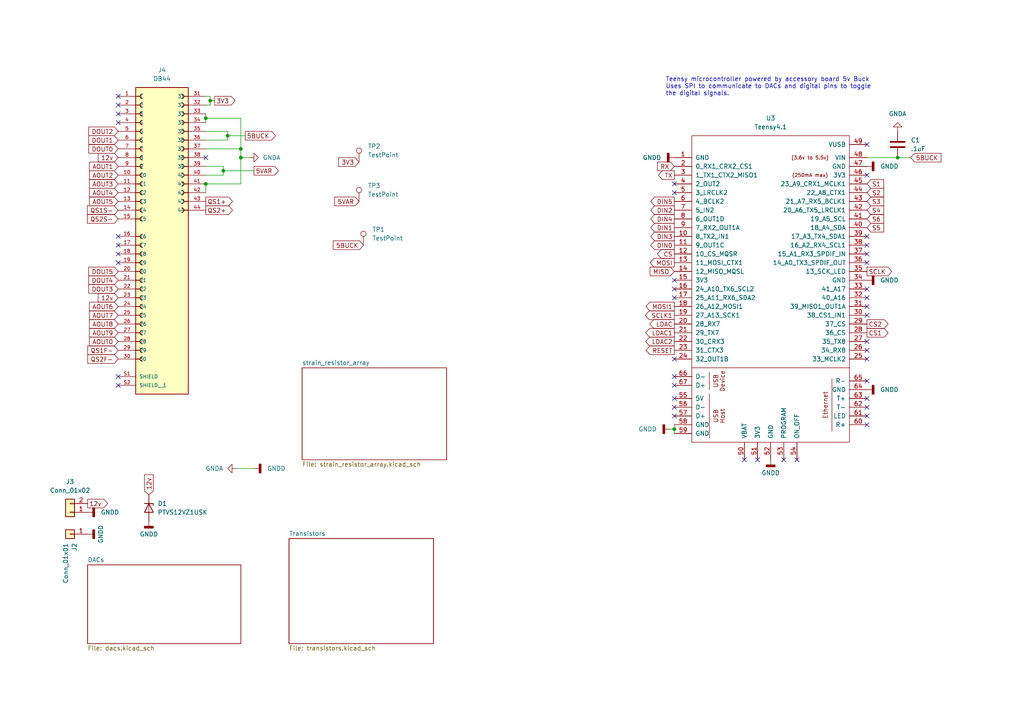
<source format=kicad_sch>
(kicad_sch (version 20231120) (generator "eeschema") (generator_version "8.0")
  (paper "A4")
  (lib_symbols
    (symbol "Connector:TestPoint" (pin_numbers hide) (pin_names (offset 0.762) hide)
      (property "Reference" "TP" (at 0 6.858 0))
      (property "Value" "TestPoint" (at 0 5.08 0))
      (symbol "TestPoint_0_1"
        (circle (center 0 3.302) (radius 0.762))
      )
      (symbol "TestPoint_1_1"
        (pin passive line (at 0 0 90) (length 2.54) (name "1") (number "1"))
      )
    )
    (symbol "Connector_Generic:Conn_01x01" (pin_names (offset 1.016) hide)
      (property "Reference" "J" (at 0 2.54 0))
      (property "Value" "Conn_01x01" (at 0 -2.54 0))
      (symbol "Conn_01x01_1_1"
        (rectangle (start -1.27 0.127) (end 0 -0.127) (stroke (width 0.1524)))
        (rectangle (start -1.27 1.27) (end 1.27 -1.27) (stroke (width 0.254)) (fill (type background)))
        (pin passive line (at -5.08 0 0) (length 3.81) (name "Pin_1") (number "1"))
      )
    )
    (symbol "Connector_Generic:Conn_01x02" (pin_names (offset 1.016) hide)
      (property "Reference" "J" (at 0 2.54 0))
      (property "Value" "Conn_01x02" (at 0 -5.08 0))
      (symbol "Conn_01x02_1_1"
        (rectangle (start -1.27 -2.413) (end 0 -2.667) (stroke (width 0.1524)))
        (rectangle (start -1.27 0.127) (end 0 -0.127) (stroke (width 0.1524)))
        (rectangle (start -1.27 1.27) (end 1.27 -3.81) (stroke (width 0.254)) (fill (type background)))
        (pin passive line (at -5.08 0 0) (length 3.81) (name "Pin_1") (number "1"))
        (pin passive line (at -5.08 -2.54 0) (length 3.81) (name "Pin_2") (number "2"))
      )
    )
    (symbol "Device:C" (pin_numbers hide) (pin_names (offset 0.254))
      (property "Reference" "C" (at 0.635 2.54 0))
      (property "Value" "C" (at 0.635 -2.54 0))
      (symbol "C_0_1"
        (polyline (pts (xy -2.032 -0.762) (xy 2.032 -0.762)) (stroke (width 0.508)))
        (polyline (pts (xy -2.032 0.762) (xy 2.032 0.762)) (stroke (width 0.508)))
      )
      (symbol "C_1_1"
        (pin passive line (at 0 3.81 270) (length 2.794) (name "~") (number "1"))
        (pin passive line (at 0 -3.81 90) (length 2.794) (name "~") (number "2"))
      )
    )
    (symbol "Diode:PTVS12VZ1USK" (pin_numbers hide) (pin_names hide)
      (property "Reference" "D" (at 0 2.54 0))
      (property "Value" "PTVS12VZ1USK" (at 0 -2.54 0))
      (symbol "PTVS12VZ1USK_0_1"
        (polyline (pts (xy 1.27 0) (xy -1.27 0)))
        (polyline (pts (xy -1.27 -1.27) (xy -1.27 1.27) (xy -0.762 1.27)) (stroke (width 0.254)))
        (polyline (pts (xy 1.27 -1.27) (xy 1.27 1.27) (xy -1.27 0) (xy 1.27 -1.27)) (stroke (width 0.254)))
      )
      (symbol "PTVS12VZ1USK_1_1"
        (pin passive line (at -3.81 0 0) (length 2.54) (name "K") (number "1"))
        (pin passive line (at 3.81 0 180) (length 2.54) (name "A") (number "2"))
      )
    )
    (symbol "accessory_test:DB44" (pin_names (offset 1.016))
      (property "Reference" "J" (at -7.62 43.942 0))
      (property "Value" "DB44" (at -7.62 -48.26 0))
      (symbol "DB44_0_0"
        (rectangle (start -7.62 -45.72) (end 7.62 43.18) (stroke (width 0.254)) (fill (type background)))
        (arc (start -5.715 -34.925) (mid -6.3472 -35.56) (end -5.715 -36.195) (stroke (width 0.254)))
        (arc (start -5.715 -32.385) (mid -6.3472 -33.02) (end -5.715 -33.655) (stroke (width 0.254)))
        (arc (start -5.715 -29.845) (mid -6.3472 -30.48) (end -5.715 -31.115) (stroke (width 0.254)))
        (arc (start -5.715 -27.305) (mid -6.3472 -27.94) (end -5.715 -28.575) (stroke (width 0.254)))
        (arc (start -5.715 -24.765) (mid -6.3472 -25.4) (end -5.715 -26.035) (stroke (width 0.254)))
        (arc (start -5.715 -22.225) (mid -6.3472 -22.86) (end -5.715 -23.495) (stroke (width 0.254)))
        (arc (start -5.715 -19.685) (mid -6.3472 -20.32) (end -5.715 -20.955) (stroke (width 0.254)))
        (arc (start -5.715 -17.145) (mid -6.3472 -17.78) (end -5.715 -18.415) (stroke (width 0.254)))
        (arc (start -5.715 -14.605) (mid -6.3472 -15.24) (end -5.715 -15.875) (stroke (width 0.254)))
        (arc (start -5.715 -12.065) (mid -6.3472 -12.7) (end -5.715 -13.335) (stroke (width 0.254)))
        (arc (start -5.715 -9.525) (mid -6.3472 -10.16) (end -5.715 -10.795) (stroke (width 0.254)))
        (arc (start -5.715 -6.985) (mid -6.3472 -7.62) (end -5.715 -8.255) (stroke (width 0.254)))
        (arc (start -5.715 -4.445) (mid -6.3472 -5.08) (end -5.715 -5.715) (stroke (width 0.254)))
        (arc (start -5.715 -1.905) (mid -6.3472 -2.54) (end -5.715 -3.175) (stroke (width 0.254)))
        (arc (start -5.715 0.635) (mid -6.3472 0) (end -5.715 -0.635) (stroke (width 0.254)))
        (arc (start -5.715 5.715) (mid -6.3472 5.08) (end -5.715 4.445) (stroke (width 0.254)))
        (arc (start -5.715 8.255) (mid -6.3472 7.62) (end -5.715 6.985) (stroke (width 0.254)))
        (arc (start -5.715 10.795) (mid -6.3472 10.16) (end -5.715 9.525) (stroke (width 0.254)))
        (arc (start -5.715 13.335) (mid -6.3472 12.7) (end -5.715 12.065) (stroke (width 0.254)))
        (arc (start -5.715 15.875) (mid -6.3472 15.24) (end -5.715 14.605) (stroke (width 0.254)))
        (arc (start -5.715 18.415) (mid -6.3472 17.78) (end -5.715 17.145) (stroke (width 0.254)))
        (arc (start -5.715 20.955) (mid -6.3472 20.32) (end -5.715 19.685) (stroke (width 0.254)))
        (arc (start -5.715 23.495) (mid -6.3472 22.86) (end -5.715 22.225) (stroke (width 0.254)))
        (arc (start -5.715 26.035) (mid -6.3472 25.4) (end -5.715 24.765) (stroke (width 0.254)))
        (arc (start -5.715 28.575) (mid -6.3472 27.94) (end -5.715 27.305) (stroke (width 0.254)))
        (arc (start -5.715 31.115) (mid -6.3472 30.48) (end -5.715 29.845) (stroke (width 0.254)))
        (arc (start -5.715 33.655) (mid -6.3472 33.02) (end -5.715 32.385) (stroke (width 0.254)))
        (arc (start -5.715 36.195) (mid -6.3472 35.56) (end -5.715 34.925) (stroke (width 0.254)))
        (arc (start -5.715 38.735) (mid -6.3472 38.1) (end -5.715 37.465) (stroke (width 0.254)))
        (arc (start -5.715 41.275) (mid -6.3472 40.64) (end -5.715 40.005) (stroke (width 0.254)))
        (polyline (pts (xy -7.62 -35.56) (xy -6.35 -35.56)) (stroke (width 0.254)))
        (polyline (pts (xy -7.62 -33.02) (xy -6.35 -33.02)) (stroke (width 0.254)))
        (polyline (pts (xy -7.62 -30.48) (xy -6.35 -30.48)) (stroke (width 0.254)))
        (polyline (pts (xy -7.62 -27.94) (xy -6.35 -27.94)) (stroke (width 0.254)))
        (polyline (pts (xy -7.62 -25.4) (xy -6.35 -25.4)) (stroke (width 0.254)))
        (polyline (pts (xy -7.62 -22.86) (xy -6.35 -22.86)) (stroke (width 0.254)))
        (polyline (pts (xy -7.62 -20.32) (xy -6.35 -20.32)) (stroke (width 0.254)))
        (polyline (pts (xy -7.62 -17.78) (xy -6.35 -17.78)) (stroke (width 0.254)))
        (polyline (pts (xy -7.62 -15.24) (xy -6.35 -15.24)) (stroke (width 0.254)))
        (polyline (pts (xy -7.62 -12.7) (xy -6.35 -12.7)) (stroke (width 0.254)))
        (polyline (pts (xy -7.62 -10.16) (xy -6.35 -10.16)) (stroke (width 0.254)))
        (polyline (pts (xy -7.62 -7.62) (xy -6.35 -7.62)) (stroke (width 0.254)))
        (polyline (pts (xy -7.62 -5.08) (xy -6.35 -5.08)) (stroke (width 0.254)))
        (polyline (pts (xy -7.62 -2.54) (xy -6.35 -2.54)) (stroke (width 0.254)))
        (polyline (pts (xy -7.62 0) (xy -6.35 0)) (stroke (width 0.254)))
        (polyline (pts (xy -7.62 5.08) (xy -6.35 5.08)) (stroke (width 0.254)))
        (polyline (pts (xy -7.62 7.62) (xy -6.35 7.62)) (stroke (width 0.254)))
        (polyline (pts (xy -7.62 10.16) (xy -6.35 10.16)) (stroke (width 0.254)))
        (polyline (pts (xy -7.62 12.7) (xy -6.35 12.7)) (stroke (width 0.254)))
        (polyline (pts (xy -7.62 15.24) (xy -6.35 15.24)) (stroke (width 0.254)))
        (polyline (pts (xy -7.62 17.78) (xy -6.35 17.78)) (stroke (width 0.254)))
        (polyline (pts (xy -7.62 20.32) (xy -6.35 20.32)) (stroke (width 0.254)))
        (polyline (pts (xy -7.62 22.86) (xy -6.35 22.86)) (stroke (width 0.254)))
        (polyline (pts (xy -7.62 25.4) (xy -6.35 25.4)) (stroke (width 0.254)))
        (polyline (pts (xy -7.62 27.94) (xy -6.35 27.94)) (stroke (width 0.254)))
        (polyline (pts (xy -7.62 30.48) (xy -6.35 30.48)) (stroke (width 0.254)))
        (polyline (pts (xy -7.62 33.02) (xy -6.35 33.02)) (stroke (width 0.254)))
        (polyline (pts (xy -7.62 35.56) (xy -6.35 35.56)) (stroke (width 0.254)))
        (polyline (pts (xy -7.62 38.1) (xy -6.35 38.1)) (stroke (width 0.254)))
        (polyline (pts (xy -7.62 40.64) (xy -6.35 40.64)) (stroke (width 0.254)))
        (polyline (pts (xy 7.62 7.62) (xy 6.35 7.62)) (stroke (width 0.254)))
        (polyline (pts (xy 7.62 10.16) (xy 6.35 10.16)) (stroke (width 0.254)))
        (polyline (pts (xy 7.62 12.7) (xy 6.35 12.7)) (stroke (width 0.254)))
        (polyline (pts (xy 7.62 15.24) (xy 6.35 15.24)) (stroke (width 0.254)))
        (polyline (pts (xy 7.62 17.78) (xy 6.35 17.78)) (stroke (width 0.254)))
        (polyline (pts (xy 7.62 20.32) (xy 6.35 20.32)) (stroke (width 0.254)))
        (polyline (pts (xy 7.62 22.86) (xy 6.35 22.86)) (stroke (width 0.254)))
        (polyline (pts (xy 7.62 25.4) (xy 6.35 25.4)) (stroke (width 0.254)))
        (polyline (pts (xy 7.62 27.94) (xy 6.35 27.94)) (stroke (width 0.254)))
        (polyline (pts (xy 7.62 30.48) (xy 6.35 30.48)) (stroke (width 0.254)))
        (polyline (pts (xy 7.62 33.02) (xy 6.35 33.02)) (stroke (width 0.254)))
        (polyline (pts (xy 7.62 35.56) (xy 6.35 35.56)) (stroke (width 0.254)))
        (polyline (pts (xy 7.62 38.1) (xy 6.35 38.1)) (stroke (width 0.254)))
        (polyline (pts (xy 7.62 40.64) (xy 6.35 40.64)) (stroke (width 0.254)))
        (arc (start 5.715 6.985) (mid 6.3472 7.62) (end 5.715 8.255) (stroke (width 0.254)))
        (arc (start 5.715 9.525) (mid 6.3472 10.16) (end 5.715 10.795) (stroke (width 0.254)))
        (arc (start 5.715 12.065) (mid 6.3472 12.7) (end 5.715 13.335) (stroke (width 0.254)))
        (arc (start 5.715 14.605) (mid 6.3472 15.24) (end 5.715 15.875) (stroke (width 0.254)))
        (arc (start 5.715 17.145) (mid 6.3472 17.78) (end 5.715 18.415) (stroke (width 0.254)))
        (arc (start 5.715 19.685) (mid 6.3472 20.32) (end 5.715 20.955) (stroke (width 0.254)))
        (arc (start 5.715 22.225) (mid 6.3472 22.86) (end 5.715 23.495) (stroke (width 0.254)))
        (arc (start 5.715 24.765) (mid 6.3472 25.4) (end 5.715 26.035) (stroke (width 0.254)))
        (arc (start 5.715 27.305) (mid 6.3472 27.94) (end 5.715 28.575) (stroke (width 0.254)))
        (arc (start 5.715 29.845) (mid 6.3472 30.48) (end 5.715 31.115) (stroke (width 0.254)))
        (arc (start 5.715 32.385) (mid 6.3472 33.02) (end 5.715 33.655) (stroke (width 0.254)))
        (arc (start 5.715 34.925) (mid 6.3472 35.56) (end 5.715 36.195) (stroke (width 0.254)))
        (arc (start 5.715 37.465) (mid 6.3472 38.1) (end 5.715 38.735) (stroke (width 0.254)))
        (arc (start 5.715 40.005) (mid 6.3472 40.64) (end 5.715 41.275) (stroke (width 0.254)))
        (pin passive line (at -12.7 40.64 0) (length 5.08) (name "1") (number "1"))
        (pin passive line (at -12.7 17.78 0) (length 5.08) (name "10") (number "10"))
        (pin passive line (at -12.7 15.24 0) (length 5.08) (name "11") (number "11"))
        (pin passive line (at -12.7 12.7 0) (length 5.08) (name "12") (number "12"))
        (pin passive line (at -12.7 10.16 0) (length 5.08) (name "13") (number "13"))
        (pin passive line (at -12.7 7.62 0) (length 5.08) (name "14") (number "14"))
        (pin passive line (at -12.7 5.08 0) (length 5.08) (name "15") (number "15"))
        (pin passive line (at -12.7 0 0) (length 5.08) (name "16") (number "16"))
        (pin passive line (at -12.7 -2.54 0) (length 5.08) (name "17") (number "17"))
        (pin passive line (at -12.7 -5.08 0) (length 5.08) (name "18") (number "18"))
        (pin passive line (at -12.7 -7.62 0) (length 5.08) (name "19") (number "19"))
        (pin passive line (at -12.7 38.1 0) (length 5.08) (name "2") (number "2"))
        (pin passive line (at -12.7 -10.16 0) (length 5.08) (name "20") (number "20"))
        (pin passive line (at -12.7 -12.7 0) (length 5.08) (name "21") (number "21"))
        (pin passive line (at -12.7 -15.24 0) (length 5.08) (name "22") (number "22"))
        (pin passive line (at -12.7 -17.78 0) (length 5.08) (name "23") (number "23"))
        (pin passive line (at -12.7 -20.32 0) (length 5.08) (name "24") (number "24"))
        (pin passive line (at -12.7 -22.86 0) (length 5.08) (name "25") (number "25"))
        (pin passive line (at -12.7 -25.4 0) (length 5.08) (name "26") (number "26"))
        (pin passive line (at -12.7 -27.94 0) (length 5.08) (name "27") (number "27"))
        (pin passive line (at -12.7 -30.48 0) (length 5.08) (name "28") (number "28"))
        (pin passive line (at -12.7 -33.02 0) (length 5.08) (name "29") (number "29"))
        (pin passive line (at -12.7 35.56 0) (length 5.08) (name "3") (number "3"))
        (pin passive line (at -12.7 -35.56 0) (length 5.08) (name "30") (number "30"))
        (pin passive line (at 12.7 40.64 180) (length 5.08) (name "31") (number "31"))
        (pin passive line (at 12.7 38.1 180) (length 5.08) (name "32") (number "32"))
        (pin passive line (at 12.7 35.56 180) (length 5.08) (name "33") (number "33"))
        (pin passive line (at 12.7 33.02 180) (length 5.08) (name "34") (number "34"))
        (pin passive line (at 12.7 30.48 180) (length 5.08) (name "35") (number "35"))
        (pin passive line (at 12.7 27.94 180) (length 5.08) (name "36") (number "36"))
        (pin passive line (at 12.7 25.4 180) (length 5.08) (name "37") (number "37"))
        (pin passive line (at 12.7 22.86 180) (length 5.08) (name "38") (number "38"))
        (pin passive line (at 12.7 20.32 180) (length 5.08) (name "39") (number "39"))
        (pin passive line (at -12.7 33.02 0) (length 5.08) (name "4") (number "4"))
        (pin passive line (at 12.7 17.78 180) (length 5.08) (name "40") (number "40"))
        (pin passive line (at 12.7 15.24 180) (length 5.08) (name "41") (number "41"))
        (pin passive line (at 12.7 12.7 180) (length 5.08) (name "42") (number "42"))
        (pin passive line (at 12.7 10.16 180) (length 5.08) (name "43") (number "43"))
        (pin passive line (at 12.7 7.62 180) (length 5.08) (name "44") (number "44"))
        (pin passive line (at -12.7 30.48 0) (length 5.08) (name "5") (number "5"))
        (pin passive line (at -12.7 27.94 0) (length 5.08) (name "6") (number "6"))
        (pin passive line (at -12.7 25.4 0) (length 5.08) (name "7") (number "7"))
        (pin passive line (at -12.7 22.86 0) (length 5.08) (name "8") (number "8"))
        (pin passive line (at -12.7 20.32 0) (length 5.08) (name "9") (number "9"))
        (pin passive line (at -12.7 -40.64 0) (length 5.08) (name "SHIELD") (number "S1"))
        (pin passive line (at -12.7 -43.18 0) (length 5.08) (name "SHIELD__1") (number "S2"))
      )
    )
    (symbol "accessory_test:Teensy4.1" (pin_names (offset 1.016))
      (property "Reference" "U" (at 0 64.77 0))
      (property "Value" "Teensy4.1" (at 0 62.23 0))
      (symbol "Teensy4.1_0_0"
        (polyline (pts (xy -22.86 -6.35) (xy 22.86 -6.35)))
        (polyline (pts (xy -17.78 -26.67) (xy -17.78 -13.97)))
        (polyline (pts (xy -17.78 -7.62) (xy -17.78 -12.7)))
        (polyline (pts (xy 17.78 -9.525) (xy 17.78 -24.765)))
        (text "(250mA max)" (at 11.43 49.53 0) (effects (font (size 1.016 1.016))))
        (text "(3.6v to 5.5v)" (at 11.43 54.61 0) (effects (font (size 1.016 1.016))))
        (text "Device" (at -13.97 -10.16 900) (effects (font (size 1.27 1.27))))
        (text "Ethernet" (at 15.875 -17.145 900) (effects (font (size 1.27 1.27))))
        (text "Host" (at -13.97 -20.32 900) (effects (font (size 1.27 1.27))))
        (text "USB" (at -15.875 -20.32 900) (effects (font (size 1.27 1.27))))
        (text "USB" (at -15.875 -10.16 900) (effects (font (size 1.27 1.27))))
        (pin bidirectional line (at -27.94 31.75 0) (length 5.08) (name "8_TX2_IN1") (number "10"))
        (pin bidirectional line (at -27.94 29.21 0) (length 5.08) (name "9_OUT1C") (number "11"))
        (pin bidirectional line (at -27.94 26.67 0) (length 5.08) (name "10_CS_MQSR") (number "12"))
        (pin bidirectional line (at -27.94 24.13 0) (length 5.08) (name "11_MOSI_CTX1") (number "13"))
        (pin bidirectional line (at -27.94 21.59 0) (length 5.08) (name "12_MISO_MQSL") (number "14"))
        (pin power_in line (at -27.94 19.05 0) (length 5.08) (name "3V3") (number "15"))
        (pin bidirectional line (at -27.94 16.51 0) (length 5.08) (name "24_A10_TX6_SCL2") (number "16"))
        (pin bidirectional line (at -27.94 13.97 0) (length 5.08) (name "25_A11_RX6_SDA2") (number "17"))
        (pin bidirectional line (at -27.94 11.43 0) (length 5.08) (name "26_A12_MOSI1") (number "18"))
        (pin bidirectional line (at -27.94 8.89 0) (length 5.08) (name "27_A13_SCK1") (number "19"))
        (pin bidirectional line (at -27.94 6.35 0) (length 5.08) (name "28_RX7") (number "20"))
        (pin bidirectional line (at -27.94 3.81 0) (length 5.08) (name "29_TX7") (number "21"))
        (pin bidirectional line (at -27.94 1.27 0) (length 5.08) (name "30_CRX3") (number "22"))
        (pin bidirectional line (at -27.94 -1.27 0) (length 5.08) (name "31_CTX3") (number "23"))
        (pin bidirectional line (at -27.94 -3.81 0) (length 5.08) (name "32_OUT1B") (number "24"))
        (pin bidirectional line (at 27.94 -3.81 180) (length 5.08) (name "33_MCLK2") (number "25"))
        (pin bidirectional line (at 27.94 -1.27 180) (length 5.08) (name "34_RX8") (number "26"))
        (pin bidirectional line (at 27.94 1.27 180) (length 5.08) (name "35_TX8") (number "27"))
        (pin bidirectional line (at 27.94 3.81 180) (length 5.08) (name "36_CS") (number "28"))
        (pin bidirectional line (at 27.94 6.35 180) (length 5.08) (name "37_CS") (number "29"))
        (pin bidirectional line (at 27.94 8.89 180) (length 5.08) (name "38_CS1_IN1") (number "30"))
        (pin bidirectional line (at 27.94 11.43 180) (length 5.08) (name "39_MISO1_OUT1A") (number "31"))
        (pin bidirectional line (at 27.94 13.97 180) (length 5.08) (name "40_A16") (number "32"))
        (pin bidirectional line (at 27.94 16.51 180) (length 5.08) (name "41_A17") (number "33"))
        (pin bidirectional line (at 27.94 21.59 180) (length 5.08) (name "13_SCK_LED") (number "35"))
        (pin bidirectional line (at 27.94 24.13 180) (length 5.08) (name "14_A0_TX3_SPDIF_OUT") (number "36"))
        (pin bidirectional line (at 27.94 26.67 180) (length 5.08) (name "15_A1_RX3_SPDIF_IN") (number "37"))
        (pin bidirectional line (at 27.94 29.21 180) (length 5.08) (name "16_A2_RX4_SCL1") (number "38"))
        (pin bidirectional line (at 27.94 31.75 180) (length 5.08) (name "17_A3_TX4_SDA1") (number "39"))
        (pin bidirectional line (at 27.94 34.29 180) (length 5.08) (name "18_A4_SDA") (number "40"))
        (pin bidirectional line (at 27.94 36.83 180) (length 5.08) (name "19_A5_SCL") (number "41"))
        (pin bidirectional line (at 27.94 39.37 180) (length 5.08) (name "20_A6_TX5_LRCLK1") (number "42"))
        (pin bidirectional line (at 27.94 41.91 180) (length 5.08) (name "21_A7_RX5_BCLK1") (number "43"))
        (pin bidirectional line (at 27.94 44.45 180) (length 5.08) (name "22_A8_CTX1") (number "44"))
        (pin bidirectional line (at 27.94 46.99 180) (length 5.08) (name "23_A9_CRX1_MCLK1") (number "45"))
        (pin output line (at 27.94 49.53 180) (length 5.08) (name "3V3") (number "46"))
        (pin output line (at 27.94 52.07 180) (length 5.08) (name "GND") (number "47"))
        (pin power_in line (at 27.94 54.61 180) (length 5.08) (name "VIN") (number "48"))
        (pin power_out line (at 27.94 58.42 180) (length 5.08) (name "VUSB") (number "49"))
        (pin bidirectional line (at -27.94 44.45 0) (length 5.08) (name "3_LRCLK2") (number "5"))
        (pin power_in line (at -7.62 -33.02 90) (length 5.08) (name "VBAT") (number "50"))
        (pin power_in line (at -3.81 -33.02 90) (length 5.08) (name "3V3") (number "51"))
        (pin input line (at 0 -33.02 90) (length 5.08) (name "GND") (number "52"))
        (pin input line (at 3.81 -33.02 90) (length 5.08) (name "PROGRAM") (number "53"))
        (pin input line (at 7.62 -33.02 90) (length 5.08) (name "ON_OFF") (number "54"))
        (pin power_out line (at -27.94 -15.24 0) (length 5.08) (name "5V") (number "55"))
        (pin bidirectional line (at -27.94 -17.78 0) (length 5.08) (name "D-") (number "56"))
        (pin bidirectional line (at -27.94 -20.32 0) (length 5.08) (name "D+") (number "57"))
        (pin power_in line (at -27.94 -22.86 0) (length 5.08) (name "GND") (number "58"))
        (pin power_in line (at -27.94 -25.4 0) (length 5.08) (name "GND") (number "59"))
        (pin bidirectional line (at -27.94 41.91 0) (length 5.08) (name "4_BCLK2") (number "6"))
        (pin bidirectional line (at 27.94 -22.86 180) (length 5.08) (name "R+") (number "60"))
        (pin bidirectional line (at 27.94 -20.32 180) (length 5.08) (name "LED") (number "61"))
        (pin bidirectional line (at 27.94 -17.78 180) (length 5.08) (name "T-") (number "62"))
        (pin bidirectional line (at 27.94 -15.24 180) (length 5.08) (name "T+") (number "63"))
        (pin power_in line (at 27.94 -12.7 180) (length 5.08) (name "GND") (number "64"))
        (pin bidirectional line (at 27.94 -10.16 180) (length 5.08) (name "R-") (number "65"))
        (pin bidirectional line (at -27.94 -8.89 0) (length 5.08) (name "D-") (number "66"))
        (pin bidirectional line (at -27.94 -11.43 0) (length 5.08) (name "D+") (number "67"))
        (pin bidirectional line (at -27.94 39.37 0) (length 5.08) (name "5_IN2") (number "7"))
        (pin bidirectional line (at -27.94 36.83 0) (length 5.08) (name "6_OUT1D") (number "8"))
        (pin bidirectional line (at -27.94 34.29 0) (length 5.08) (name "7_RX2_OUT1A") (number "9"))
      )
      (symbol "Teensy4.1_0_1"
        (rectangle (start -22.86 60.96) (end 22.86 -27.94))
        (rectangle (start -20.32 -1.27) (end -20.32 -1.27))
      )
      (symbol "Teensy4.1_1_1"
        (pin power_in line (at -27.94 54.61 0) (length 5.08) (name "GND") (number "1"))
        (pin bidirectional line (at -27.94 52.07 0) (length 5.08) (name "0_RX1_CRX2_CS1") (number "2"))
        (pin bidirectional line (at -27.94 49.53 0) (length 5.08) (name "1_TX1_CTX2_MISO1") (number "3"))
        (pin power_in line (at 27.94 19.05 180) (length 5.08) (name "GND") (number "34"))
        (pin bidirectional line (at -27.94 46.99 0) (length 5.08) (name "2_OUT2") (number "4"))
      )
    )
    (symbol "power:GNDA" (power) (pin_names (offset 0))
      (property "Value" "GNDA" (at 0 -3.81 0))
      (symbol "GNDA_0_1"
        (polyline (pts (xy 0 0) (xy 0 -1.27) (xy 1.27 -1.27) (xy 0 -2.54) (xy -1.27 -1.27) (xy 0 -1.27)))
      )
      (symbol "GNDA_1_1"
        (pin power_in line (at 0 0 270) (length 0) hide (name "GNDA") (number "1"))
      )
    )
    (symbol "power:GNDD" (power) (pin_names (offset 0))
      (property "Value" "GNDD" (at 0 -3.175 0))
      (symbol "GNDD_0_1"
        (rectangle (start -1.27 -1.524) (end 1.27 -2.032) (stroke (width 0.254)) (fill (type outline)))
        (polyline (pts (xy 0 0) (xy 0 -1.524)))
      )
      (symbol "GNDD_1_1"
        (pin power_in line (at 0 0 270) (length 0) hide (name "GNDD") (number "1"))
      )
    )
  )
  (junction (at 64.77 49.53))
  (junction (at 69.85 45.72))
  (junction (at 260.35 45.72))
  (junction (at 195.58 124.46))
  (junction (at 59.69 53.34))
  (junction (at 60.96 29.21))
  (junction (at 59.69 34.29))
  (junction (at 66.04 39.37))
  (junction (at 69.85 43.18))
  (no_connect (at 34.29 27.94))
  (no_connect (at 195.58 55.88))
  (no_connect (at 34.29 76.2))
  (no_connect (at 251.46 104.14))
  (no_connect (at 34.29 109.22))
  (no_connect (at 195.58 118.11))
  (no_connect (at 251.46 110.49))
  (no_connect (at 251.46 115.57))
  (no_connect (at 195.58 120.65))
  (no_connect (at 34.29 68.58))
  (no_connect (at 195.58 86.36))
  (no_connect (at 251.46 120.65))
  (no_connect (at 215.9 133.35))
  (no_connect (at 251.46 73.66))
  (no_connect (at 195.58 104.14))
  (no_connect (at 251.46 83.82))
  (no_connect (at 195.58 109.22))
  (no_connect (at 34.29 73.66))
  (no_connect (at 34.29 111.76))
  (no_connect (at 195.58 83.82))
  (no_connect (at 251.46 101.6))
  (no_connect (at 251.46 68.58))
  (no_connect (at 251.46 91.44))
  (no_connect (at 34.29 71.12))
  (no_connect (at 59.69 45.72))
  (no_connect (at 195.58 53.34))
  (no_connect (at 195.58 81.28))
  (no_connect (at 195.58 115.57))
  (no_connect (at 251.46 86.36))
  (no_connect (at 251.46 123.19))
  (no_connect (at 219.71 133.35))
  (no_connect (at 231.14 133.35))
  (no_connect (at 34.29 35.56))
  (no_connect (at 251.46 118.11))
  (no_connect (at 251.46 71.12))
  (no_connect (at 251.46 41.91))
  (no_connect (at 227.33 133.35))
  (no_connect (at 195.58 111.76))
  (no_connect (at 251.46 76.2))
  (no_connect (at 34.29 33.02))
  (no_connect (at 251.46 88.9))
  (no_connect (at 251.46 99.06))
  (no_connect (at 251.46 50.8))
  (no_connect (at 34.29 30.48))
  (wire (pts (xy 59.69 43.18) (xy 69.85 43.18)))
  (wire (pts (xy 194.31 124.46) (xy 195.58 124.46)))
  (wire (pts (xy 69.85 53.34) (xy 69.85 45.72)))
  (wire (pts (xy 64.77 48.26) (xy 64.77 49.53)))
  (wire (pts (xy 69.85 43.18) (xy 69.85 34.29)))
  (wire (pts (xy 59.69 55.88) (xy 59.69 53.34)))
  (wire (pts (xy 60.96 27.94) (xy 59.69 27.94)))
  (wire (pts (xy 64.77 49.53) (xy 73.66 49.53)))
  (wire (pts (xy 260.35 45.72) (xy 251.46 45.72)))
  (wire (pts (xy 68.58 135.89) (xy 73.66 135.89)))
  (wire (pts (xy 64.77 50.8) (xy 59.69 50.8)))
  (wire (pts (xy 59.69 33.02) (xy 59.69 34.29)))
  (wire (pts (xy 59.69 30.48) (xy 60.96 30.48)))
  (wire (pts (xy 60.96 29.21) (xy 60.96 27.94)))
  (wire (pts (xy 59.69 48.26) (xy 64.77 48.26)))
  (wire (pts (xy 195.58 124.46) (xy 195.58 123.19)))
  (wire (pts (xy 195.58 124.46) (xy 195.58 125.73)))
  (wire (pts (xy 60.96 30.48) (xy 60.96 29.21)))
  (wire (pts (xy 66.04 38.1) (xy 66.04 39.37)))
  (wire (pts (xy 66.04 38.1) (xy 59.69 38.1)))
  (wire (pts (xy 72.39 45.72) (xy 69.85 45.72)))
  (wire (pts (xy 66.04 39.37) (xy 71.12 39.37)))
  (wire (pts (xy 66.04 40.64) (xy 59.69 40.64)))
  (wire (pts (xy 62.23 29.21) (xy 60.96 29.21)))
  (wire (pts (xy 66.04 39.37) (xy 66.04 40.64)))
  (wire (pts (xy 59.69 53.34) (xy 69.85 53.34)))
  (wire (pts (xy 64.77 49.53) (xy 64.77 50.8)))
  (wire (pts (xy 69.85 34.29) (xy 59.69 34.29)))
  (wire (pts (xy 59.69 34.29) (xy 59.69 35.56)))
  (wire (pts (xy 69.85 45.72) (xy 69.85 43.18)))
  (wire (pts (xy 264.16 45.72) (xy 260.35 45.72)))
  (text "Teensy microcontroller powered by accessory board 5v Buck\nUses SPI to communicate to DACs and digital pins to toggle\nthe digital signals." (at 193.04 27.94 0) (effects (font (size 1.27 1.27)) (justify left bottom)))
  (global_label "MOSI" (shape output) (at 195.58 76.2 180) (property "Intersheetrefs" "${INTERSHEET_REFS}" (effects (hide yes))))
  (global_label "S2" (shape input) (at 251.46 55.88 0) (property "Intersheetrefs" "${INTERSHEET_REFS}" (effects (hide yes))))
  (global_label "QS2+" (shape output) (at 59.69 60.96 0) (property "Intersheetrefs" "${INTERSHEET_REFS}" (effects (hide yes))))
  (global_label "S3" (shape input) (at 251.46 58.42 0) (property "Intersheetrefs" "${INTERSHEET_REFS}" (effects (hide yes))))
  (global_label "3V3" (shape input) (at 104.14 46.99 180) (property "Intersheetrefs" "${INTERSHEET_REFS}" (effects (hide yes))))
  (global_label "QS1F-" (shape input) (at 34.29 101.6 180) (property "Intersheetrefs" "${INTERSHEET_REFS}" (effects (hide yes))))
  (global_label "DOUT0" (shape input) (at 34.29 43.18 180) (property "Intersheetrefs" "${INTERSHEET_REFS}" (effects (hide yes))))
  (global_label "AOUT2" (shape input) (at 34.29 50.8 180) (property "Intersheetrefs" "${INTERSHEET_REFS}" (effects (hide yes))))
  (global_label "DOUT1" (shape input) (at 34.29 40.64 180) (property "Intersheetrefs" "${INTERSHEET_REFS}" (effects (hide yes))))
  (global_label "12v" (shape input) (at 34.29 45.72 180) (property "Intersheetrefs" "${INTERSHEET_REFS}" (effects (hide yes))))
  (global_label "MISO" (shape input) (at 195.58 78.74 180) (property "Intersheetrefs" "${INTERSHEET_REFS}" (effects (hide yes))))
  (global_label "12v" (shape input) (at 43.18 143.51 90) (property "Intersheetrefs" "${INTERSHEET_REFS}" (effects (hide yes))))
  (global_label "S4" (shape input) (at 251.46 60.96 0) (property "Intersheetrefs" "${INTERSHEET_REFS}" (effects (hide yes))))
  (global_label "AOUT8" (shape input) (at 34.29 93.98 180) (property "Intersheetrefs" "${INTERSHEET_REFS}" (effects (hide yes))))
  (global_label "3V3" (shape output) (at 62.23 29.21 0) (property "Intersheetrefs" "${INTERSHEET_REFS}" (effects (hide yes))))
  (global_label "5VAR" (shape output) (at 73.66 49.53 0) (property "Intersheetrefs" "${INTERSHEET_REFS}" (effects (hide yes))))
  (global_label "AOUT7" (shape input) (at 34.29 91.44 180) (property "Intersheetrefs" "${INTERSHEET_REFS}" (effects (hide yes))))
  (global_label "SCLK" (shape output) (at 251.46 78.74 0) (property "Intersheetrefs" "${INTERSHEET_REFS}" (effects (hide yes))))
  (global_label "AOUT4" (shape input) (at 34.29 55.88 180) (property "Intersheetrefs" "${INTERSHEET_REFS}" (effects (hide yes))))
  (global_label "5BUCK" (shape output) (at 71.12 39.37 0) (property "Intersheetrefs" "${INTERSHEET_REFS}" (effects (hide yes))))
  (global_label "AOUT5" (shape input) (at 34.29 58.42 180) (property "Intersheetrefs" "${INTERSHEET_REFS}" (effects (hide yes))))
  (global_label "S1" (shape input) (at 251.46 53.34 0) (property "Intersheetrefs" "${INTERSHEET_REFS}" (effects (hide yes))))
  (global_label "S6" (shape input) (at 251.46 63.5 0) (property "Intersheetrefs" "${INTERSHEET_REFS}" (effects (hide yes))))
  (global_label "CS1" (shape output) (at 251.46 96.52 0) (property "Intersheetrefs" "${INTERSHEET_REFS}" (effects (hide yes))))
  (global_label "QS1+" (shape output) (at 59.69 58.42 0) (property "Intersheetrefs" "${INTERSHEET_REFS}" (effects (hide yes))))
  (global_label "DIN3" (shape output) (at 195.58 68.58 180) (property "Intersheetrefs" "${INTERSHEET_REFS}" (effects (hide yes))))
  (global_label "DOUT2" (shape input) (at 34.29 38.1 180) (property "Intersheetrefs" "${INTERSHEET_REFS}" (effects (hide yes))))
  (global_label "12v" (shape output) (at 25.4 146.05 0) (property "Intersheetrefs" "${INTERSHEET_REFS}" (effects (hide yes))))
  (global_label "DOUT5" (shape input) (at 34.29 78.74 180) (property "Intersheetrefs" "${INTERSHEET_REFS}" (effects (hide yes))))
  (global_label "AOUT6" (shape input) (at 34.29 88.9 180) (property "Intersheetrefs" "${INTERSHEET_REFS}" (effects (hide yes))))
  (global_label "AOUT3" (shape input) (at 34.29 53.34 180) (property "Intersheetrefs" "${INTERSHEET_REFS}" (effects (hide yes))))
  (global_label "DIN5" (shape output) (at 195.58 58.42 180) (property "Intersheetrefs" "${INTERSHEET_REFS}" (effects (hide yes))))
  (global_label "S5" (shape input) (at 251.46 66.04 0) (property "Intersheetrefs" "${INTERSHEET_REFS}" (effects (hide yes))))
  (global_label "CS" (shape output) (at 195.58 73.66 180) (property "Intersheetrefs" "${INTERSHEET_REFS}" (effects (hide yes))))
  (global_label "TX" (shape output) (at 195.58 50.8 180) (property "Intersheetrefs" "${INTERSHEET_REFS}" (effects (hide yes))))
  (global_label "LDAC1" (shape output) (at 195.58 96.52 180) (property "Intersheetrefs" "${INTERSHEET_REFS}" (effects (hide yes))))
  (global_label "12v" (shape input) (at 34.29 86.36 180) (property "Intersheetrefs" "${INTERSHEET_REFS}" (effects (hide yes))))
  (global_label "DIN2" (shape output) (at 195.58 60.96 180) (property "Intersheetrefs" "${INTERSHEET_REFS}" (effects (hide yes))))
  (global_label "AOUT9" (shape input) (at 34.29 96.52 180) (property "Intersheetrefs" "${INTERSHEET_REFS}" (effects (hide yes))))
  (global_label "DOUT3" (shape input) (at 34.29 83.82 180) (property "Intersheetrefs" "${INTERSHEET_REFS}" (effects (hide yes))))
  (global_label "LDAC" (shape output) (at 195.58 93.98 180) (property "Intersheetrefs" "${INTERSHEET_REFS}" (effects (hide yes))))
  (global_label "5BUCK" (shape input) (at 105.41 71.12 180) (property "Intersheetrefs" "${INTERSHEET_REFS}" (effects (hide yes))))
  (global_label "QS2F-" (shape input) (at 34.29 104.14 180) (property "Intersheetrefs" "${INTERSHEET_REFS}" (effects (hide yes))))
  (global_label "RX" (shape input) (at 195.58 48.26 180) (property "Intersheetrefs" "${INTERSHEET_REFS}" (effects (hide yes))))
  (global_label "MOSI1" (shape output) (at 195.58 88.9 180) (property "Intersheetrefs" "${INTERSHEET_REFS}" (effects (hide yes))))
  (global_label "DIN4" (shape output) (at 195.58 63.5 180) (property "Intersheetrefs" "${INTERSHEET_REFS}" (effects (hide yes))))
  (global_label "DIN0" (shape output) (at 195.58 71.12 180) (property "Intersheetrefs" "${INTERSHEET_REFS}" (effects (hide yes))))
  (global_label "QS1S-" (shape input) (at 34.29 60.96 180) (property "Intersheetrefs" "${INTERSHEET_REFS}" (effects (hide yes))))
  (global_label "DOUT4" (shape input) (at 34.29 81.28 180) (property "Intersheetrefs" "${INTERSHEET_REFS}" (effects (hide yes))))
  (global_label "SCLK1" (shape output) (at 195.58 91.44 180) (property "Intersheetrefs" "${INTERSHEET_REFS}" (effects (hide yes))))
  (global_label "QS2S-" (shape input) (at 34.29 63.5 180) (property "Intersheetrefs" "${INTERSHEET_REFS}" (effects (hide yes))))
  (global_label "5VAR" (shape input) (at 104.14 58.42 180) (property "Intersheetrefs" "${INTERSHEET_REFS}" (effects (hide yes))))
  (global_label "RESET" (shape output) (at 195.58 101.6 180) (property "Intersheetrefs" "${INTERSHEET_REFS}" (effects (hide yes))))
  (global_label "DIN1" (shape output) (at 195.58 66.04 180) (property "Intersheetrefs" "${INTERSHEET_REFS}" (effects (hide yes))))
  (global_label "AOUT0" (shape input) (at 34.29 99.06 180) (property "Intersheetrefs" "${INTERSHEET_REFS}" (effects (hide yes))))
  (global_label "CS2" (shape output) (at 251.46 93.98 0) (property "Intersheetrefs" "${INTERSHEET_REFS}" (effects (hide yes))))
  (global_label "LDAC2" (shape output) (at 195.58 99.06 180) (property "Intersheetrefs" "${INTERSHEET_REFS}" (effects (hide yes))))
  (global_label "AOUT1" (shape input) (at 34.29 48.26 180) (property "Intersheetrefs" "${INTERSHEET_REFS}" (effects (hide yes))))
  (global_label "5BUCK" (shape input) (at 264.16 45.72 0) (property "Intersheetrefs" "${INTERSHEET_REFS}" (effects (hide yes))))
  (symbol (lib_id "Connector_Generic:Conn_01x01") (at 20.32 154.94 180) (unit 1)
    (property "Reference" "J2" (at 21.59 157.48 90) (effects (justify left)))
    (property "Value" "Conn_01x01" (at 19.05 157.48 90) (effects (justify left)))
    (property "Footprint" "Connector_PinHeader_2.54mm:PinHeader_1x01_P2.54mm_Vertical" (effects (hide yes)))
  )
  (symbol (lib_id "Connector:TestPoint") (at 104.14 46.99 0) (unit 1)
    (property "Reference" "TP2" (at 106.68 42.418 0) (effects (justify left)))
    (property "Value" "TestPoint" (at 106.68 44.958 0) (effects (justify left)))
    (property "Footprint" "TestPoint:TestPoint_Pad_2.0x2.0mm" (effects (hide yes)))
  )
  (symbol (lib_id "Connector:TestPoint") (at 104.14 58.42 0) (unit 1)
    (property "Reference" "TP3" (at 106.68 53.848 0) (effects (justify left)))
    (property "Value" "TestPoint" (at 106.68 56.388 0) (effects (justify left)))
    (property "Footprint" "TestPoint:TestPoint_Pad_2.0x2.0mm" (effects (hide yes)))
  )
  (symbol (lib_id "power:GNDA") (at 260.35 38.1 180) (unit 1)
    (property "Reference" "#PWR011" (effects (hide yes)))
    (property "Value" "GNDA" (at 260.35 33.02 0))
  )
  (symbol (lib_id "power:GNDD") (at 251.46 81.28 90) (unit 1)
    (property "Reference" "#PWR013" (effects (hide yes)))
    (property "Value" "GNDD" (at 255.27 81.28 90) (effects (justify right)))
  )
  (symbol (lib_id "power:GNDD") (at 25.4 154.94 90) (unit 1)
    (property "Reference" "#PWR02" (effects (hide yes)))
    (property "Value" "GNDD" (at 29.21 154.94 0))
  )
  (symbol (lib_id "accessory_test:DB44") (at 46.99 68.58 0) (unit 1)
    (property "Reference" "J4" (at 46.99 20.32 0))
    (property "Value" "DB44" (at 46.99 22.86 0))
    (property "Footprint" "accessory_test:DB44" (effects (hide yes)))
    (property "PARTREV" "C" (effects (hide yes)))
    (property "STANDARD" "Manufacturer Recommendations" (effects (hide yes)))
    (property "MAXIMUM_PACKAGE_HEIGHT" "12.96mm" (effects (hide yes)))
    (property "MANUFACTURER" "Amphenol" (effects (hide yes)))
  )
  (symbol (lib_id "Diode:PTVS12VZ1USK") (at 43.18 147.32 270) (unit 1)
    (property "Reference" "D1" (at 45.72 146.05 90) (effects (justify left)))
    (property "Value" "PTVS12VZ1USK" (at 45.72 148.59 90) (effects (justify left)))
    (property "Footprint" "Capacitor_SMD:C_0603_1608Metric" (effects (hide yes)))
    (property "Datasheet" "https://assets.nexperia.com/documents/data-sheet/PTVS12VZ1USK.pdf" (effects (hide yes)))
  )
  (symbol (lib_id "power:GNDD") (at 223.52 133.35 0) (unit 1)
    (property "Reference" "#PWR028" (effects (hide yes)))
    (property "Value" "GNDD" (at 223.52 137.16 0))
  )
  (symbol (lib_id "Connector:TestPoint") (at 105.41 71.12 0) (unit 1)
    (property "Reference" "TP1" (at 107.95 66.548 0) (effects (justify left)))
    (property "Value" "TestPoint" (at 107.95 69.088 0) (effects (justify left)))
    (property "Footprint" "TestPoint:TestPoint_Pad_2.0x2.0mm" (effects (hide yes)))
  )
  (symbol (lib_id "accessory_test:Teensy4.1") (at 223.52 100.33 0) (unit 1)
    (property "Reference" "U3" (at 223.52 34.29 0))
    (property "Value" "Teensy4.1" (at 223.52 36.83 0))
    (property "Footprint" "accessory_test:Teensy41" (effects (hide yes)))
  )
  (symbol (lib_id "power:GNDD") (at 73.66 135.89 90) (unit 1)
    (property "Reference" "#PWR01" (effects (hide yes)))
    (property "Value" "GNDD" (at 77.47 135.89 90) (effects (justify right)))
  )
  (symbol (lib_id "power:GNDD") (at 25.4 148.59 90) (unit 1)
    (property "Reference" "#PWR03" (effects (hide yes)))
    (property "Value" "GNDD" (at 29.21 148.59 90) (effects (justify right)))
  )
  (symbol (lib_id "power:GNDD") (at 251.46 113.03 90) (unit 1)
    (property "Reference" "#PWR026" (effects (hide yes)))
    (property "Value" "GNDD" (at 255.27 113.03 90) (effects (justify right)))
  )
  (symbol (lib_id "power:GNDA") (at 68.58 135.89 270) (unit 1)
    (property "Reference" "#PWR012" (effects (hide yes)))
    (property "Value" "GNDA" (at 64.77 135.89 90) (effects (justify right)))
  )
  (symbol (lib_id "Device:C") (at 260.35 41.91 0) (unit 1)
    (property "Reference" "C1" (at 264.16 40.64 0) (effects (justify left)))
    (property "Value" ".1uF" (at 264.16 43.18 0) (effects (justify left)))
    (property "Footprint" "Capacitor_SMD:C_0603_1608Metric" (effects (hide yes)))
  )
  (symbol (lib_id "power:GNDD") (at 194.31 124.46 270) (unit 1)
    (property "Reference" "#PWR024" (effects (hide yes)))
    (property "Value" "GNDD" (at 190.5 124.46 90) (effects (justify right)))
  )
  (symbol (lib_id "power:GNDD") (at 43.18 151.13 0) (unit 1)
    (property "Reference" "#PWR09" (effects (hide yes)))
    (property "Value" "GNDD" (at 43.18 154.94 0))
  )
  (symbol (lib_id "power:GNDD") (at 195.58 45.72 270) (unit 1)
    (property "Reference" "#PWR010" (effects (hide yes)))
    (property "Value" "GNDD" (at 191.77 45.72 90) (effects (justify right)))
  )
  (symbol (lib_id "power:GNDA") (at 72.39 45.72 90) (unit 1)
    (property "Reference" "#PWR05" (effects (hide yes)))
    (property "Value" "GNDA" (at 76.2 45.72 90) (effects (justify right)))
  )
  (symbol (lib_id "power:GNDD") (at 251.46 48.26 90) (unit 1)
    (property "Reference" "#PWR027" (effects (hide yes)))
    (property "Value" "GNDD" (at 255.27 48.26 90) (effects (justify right)))
  )
  (symbol (lib_id "Connector_Generic:Conn_01x02") (at 20.32 148.59 180) (unit 1)
    (property "Reference" "J3" (at 20.32 139.7 0))
    (property "Value" "Conn_01x02" (at 20.32 142.24 0))
    (property "Footprint" "Connector_PinHeader_2.54mm:PinHeader_1x02_P2.54mm_Vertical" (effects (hide yes)))
  )
  (sheet (at 25.4 163.83) (size 44.45 22.86) (stroke (width 0.1524))
    (property "Sheetname" "DACs" (at 25.4 163.1184 0) (effects (justify left bottom)))
    (property "Sheetfile" "dacs.kicad_sch" (at 25.4 187.2746 0) (effects (justify left top)))
  )
  (sheet (at 87.63 106.68) (size 41.91 26.67) (stroke (width 0.1524))
    (property "Sheetname" "strain_resistor_array" (at 87.63 105.9684 0) (effects (justify left bottom)))
    (property "Sheetfile" "strain_resistor_array.kicad_sch" (at 87.63 133.9346 0) (effects (justify left top)))
  )
  (sheet (at 83.82 156.21) (size 41.91 30.48) (stroke (width 0.1524))
    (property "Sheetname" "Transistors" (at 83.82 155.4984 0) (effects (justify left bottom)))
    (property "Sheetfile" "transistors.kicad_sch" (at 83.82 187.2746 0) (effects (justify left top)))
  )
)
</source>
